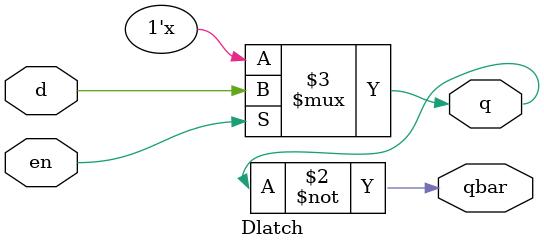
<source format=v>

module Dlatch(d,en,q,qbar);
input d,en;
output reg q;
output wire qbar;
always @(*) begin
if(en)
q<=d;
end
assign qbar=~q;
endmodule

</source>
